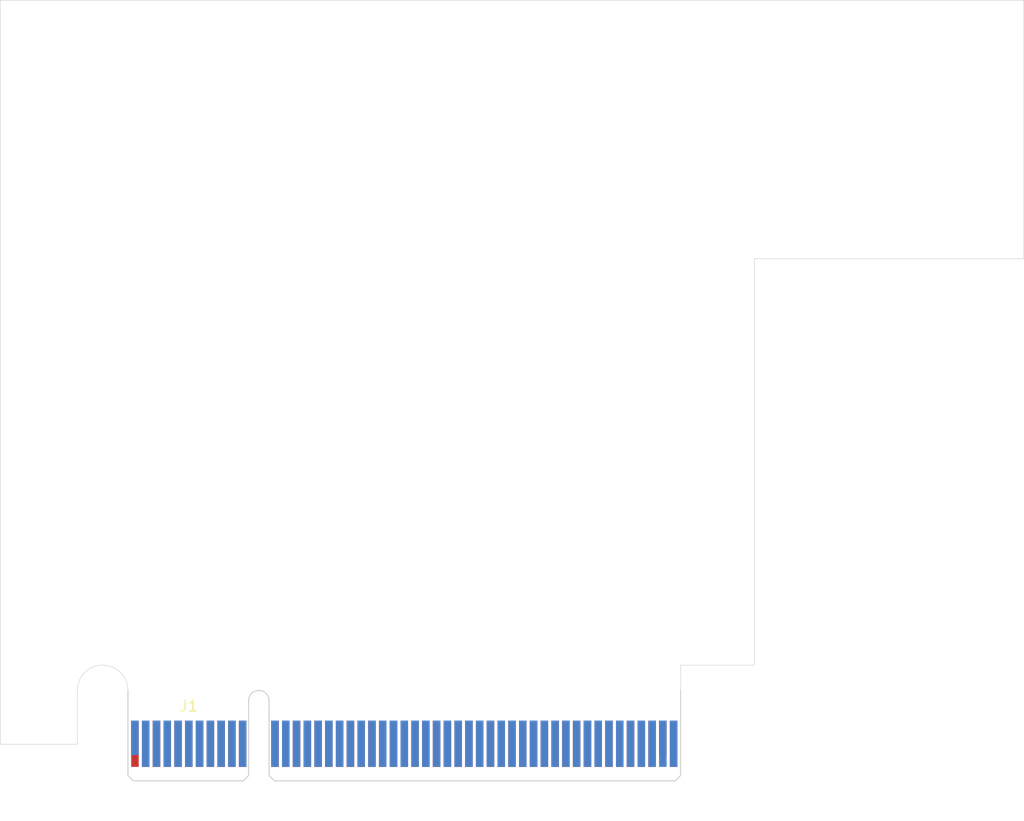
<source format=kicad_pcb>
(kicad_pcb (version 20221018) (generator pcbnew)
  (layers (0 "F.Cu" signal) (31 "B.Cu" signal) (34 "B.Paste" user) (35 "F.Paste" user) (36 "B.SilkS" user "B.Silkscreen") (37 "F.SilkS" user "F.Silkscreen") (38 "B.Mask" user) (39 "F.Mask" user) (44 "Edge.Cuts" user))
  (net 0 "")
  (net 1 "Net-(J1-GND-PadB1)")
  (footprint "goldmansachs:official_mechatronics_card" (layer "F.Cu") (at 108.8 114.35)
    (fp_text reference "J1" (at 8 -10.45) (layer "F.SilkS"))
    (fp_text value "Clean_Card_v1")
    (fp_line (start -9.5 -76) (end 85.5 -76) (stroke (width 0.05)) (layer "Edge.Cuts"))
    (fp_line (start -9.5 -6.9) (end -9.5 -76) (stroke (width 0.05)) (layer "Edge.Cuts"))
    (fp_line (start -8.45 -6.9) (end -9.5 -6.9) (stroke (width 0.05)) (layer "Edge.Cuts"))
    (fp_line (start -2.35 -11.9) (end -2.35 -6.9) (stroke (width 0.05)) (layer "Edge.Cuts"))
    (fp_line (start -2.35 -6.9) (end -9.5 -6.9) (stroke (width 0.05)) (layer "Edge.Cuts"))
    (fp_line (start -2.35 -6.9) (end -8.45 -6.9) (stroke (width 0.05)) (layer "Edge.Cuts"))
    (fp_line (start 2.35 -11.9) (end 2.35 -4) (stroke (width 0.1)) (layer "Edge.Cuts"))
    (fp_line (start 2.35 -4) (end 2.85 -3.5) (stroke (width 0.1)) (layer "Edge.Cuts"))
    (fp_line (start 2.85 -3.5) (end 13.05 -3.5) (stroke (width 0.1)) (layer "Edge.Cuts"))
    (fp_line (start 13.55 -10.95) (end 13.55 -4) (stroke (width 0.1)) (layer "Edge.Cuts"))
    (fp_line (start 13.55 -4) (end 13.05 -3.5) (stroke (width 0.1)) (layer "Edge.Cuts"))
    (fp_line (start 15.45 -10.95) (end 15.45 -4) (stroke (width 0.1)) (layer "Edge.Cuts"))
    (fp_line (start 15.45 -4) (end 15.95 -3.5) (stroke (width 0.1)) (layer "Edge.Cuts"))
    (fp_line (start 15.95 -3.5) (end 53.15 -3.5) (stroke (width 0.1)) (layer "Edge.Cuts"))
    (fp_line (start 53.65 -14.25) (end 60.5 -14.25) (stroke (width 0.05)) (layer "Edge.Cuts"))
    (fp_line (start 53.65 -11.9) (end 53.65 -14.25) (stroke (width 0.05)) (layer "Edge.Cuts"))
    (fp_line (start 53.65 -11.9) (end 53.65 -4) (stroke (width 0.1)) (layer "Edge.Cuts"))
    (fp_line (start 53.65 -4) (end 53.15 -3.5) (stroke (width 0.1)) (layer "Edge.Cuts"))
    (fp_line (start 60.5 -52) (end 60.5 -14.25) (stroke (width 0.05)) (layer "Edge.Cuts"))
    (fp_line (start 61.5 -52) (end 60.5 -52) (stroke (width 0.05)) (layer "Edge.Cuts"))
    (fp_line (start 85.5 -76) (end 85.5 -52) (stroke (width 0.05)) (layer "Edge.Cuts"))
    (fp_line (start 85.5 -52) (end 61.5 -52) (stroke (width 0.05)) (layer "Edge.Cuts"))
    (fp_arc (start -2.35 -11.9) (mid 0 -14.25) (end 2.35 -11.9) (stroke (width 0.05)) (layer "Edge.Cuts"))
    (fp_arc (start 13.55 -10.95) (mid 14.5 -11.9) (end 15.45 -10.95) (stroke (width 0.1)) (layer "Edge.Cuts"))
    (pad "B1" connect rect (at 3 -7.5) (size 0.7 3.2) (layers "B.Cu" "B.Mask") (net 1 "Net-(J1-GND-PadB1)"))
    (pad "B1" connect rect (at 3 -6.95) (size 0.7 4.3) (layers "F.Cu" "F.Mask") (net 1 "Net-(J1-GND-PadB1)"))
    (pad "B2" connect rect (at 4 -6.95) (size 0.7 4.3) (layers "F.Cu" "F.Mask"))
    (pad "B2" connect rect (at 4 -6.95) (size 0.7 4.3) (layers "B.Cu" "B.Mask"))
    (pad "B3" connect rect (at 5 -6.95) (size 0.7 4.3) (layers "F.Cu" "F.Mask"))
    (pad "B3" connect rect (at 5 -6.95) (size 0.7 4.3) (layers "B.Cu" "B.Mask"))
    (pad "B4" connect rect (at 6 -6.95) (size 0.7 4.3) (layers "F.Cu" "F.Mask"))
    (pad "B4" connect rect (at 6 -6.95) (size 0.7 4.3) (layers "B.Cu" "B.Mask"))
    (pad "B5" connect rect (at 7 -6.95) (size 0.7 4.3) (layers "F.Cu" "F.Mask"))
    (pad "B5" connect rect (at 7 -6.95) (size 0.7 4.3) (layers "B.Cu" "B.Mask"))
    (pad "B6" connect rect (at 8 -6.95) (size 0.7 4.3) (layers "F.Cu" "F.Mask") (net 1 "Net-(J1-GND-PadB1)"))
    (pad "B6" connect rect (at 8 -6.95) (size 0.7 4.3) (layers "B.Cu" "B.Mask") (net 1 "Net-(J1-GND-PadB1)"))
    (pad "B7" connect rect (at 9 -6.95) (size 0.7 4.3) (layers "F.Cu" "F.Mask") (net 1 "Net-(J1-GND-PadB1)"))
    (pad "B7" connect rect (at 9 -6.95) (size 0.7 4.3) (layers "B.Cu" "B.Mask") (net 1 "Net-(J1-GND-PadB1)"))
    (pad "B8" connect rect (at 10 -6.95) (size 0.7 4.3) (layers "F.Cu" "F.Mask"))
    (pad "B8" connect rect (at 10 -6.95) (size 0.7 4.3) (layers "B.Cu" "B.Mask"))
    (pad "B9" connect rect (at 11 -6.95) (size 0.7 4.3) (layers "F.Cu" "F.Mask"))
    (pad "B9" connect rect (at 11 -6.95) (size 0.7 4.3) (layers "B.Cu" "B.Mask"))
    (pad "B10" connect rect (at 12 -6.95) (size 0.7 4.3) (layers "F.Cu" "F.Mask") (net 1 "Net-(J1-GND-PadB1)"))
    (pad "B10" connect rect (at 12 -6.95) (size 0.7 4.3) (layers "B.Cu" "B.Mask") (net 1 "Net-(J1-GND-PadB1)"))
    (pad "B11" connect rect (at 13 -6.95) (size 0.7 4.3) (layers "F.Cu" "F.Mask") (net 1 "Net-(J1-GND-PadB1)"))
    (pad "B11" connect rect (at 13 -6.95) (size 0.7 4.3) (layers "B.Cu" "B.Mask") (net 1 "Net-(J1-GND-PadB1)"))
    (pad "B12" connect rect (at 16 -6.95) (size 0.7 4.3) (layers "F.Cu" "F.Mask"))
    (pad "B12" connect rect (at 16 -6.95) (size 0.7 4.3) (layers "B.Cu" "B.Mask"))
    (pad "B13" connect rect (at 17 -6.95) (size 0.7 4.3) (layers "F.Cu" "F.Mask"))
    (pad "B13" connect rect (at 17 -6.95) (size 0.7 4.3) (layers "B.Cu" "B.Mask"))
    (pad "B14" connect rect (at 18 -6.95) (size 0.7 4.3) (layers "F.Cu" "F.Mask") (net 1 "Net-(J1-GND-PadB1)"))
    (pad "B14" connect rect (at 18 -6.95) (size 0.7 4.3) (layers "B.Cu" "B.Mask") (net 1 "Net-(J1-GND-PadB1)"))
    (pad "B15" connect rect (at 19 -6.95) (size 0.7 4.3) (layers "F.Cu" "F.Mask") (net 1 "Net-(J1-GND-PadB1)"))
    (pad "B15" connect rect (at 19 -6.95) (size 0.7 4.3) (layers "B.Cu" "B.Mask") (net 1 "Net-(J1-GND-PadB1)"))
    (pad "B16" connect rect (at 20 -6.95) (size 0.7 4.3) (layers "F.Cu" "F.Mask"))
    (pad "B16" connect rect (at 20 -6.95) (size 0.7 4.3) (layers "B.Cu" "B.Mask"))
    (pad "B17" connect rect (at 21 -6.95) (size 0.7 4.3) (layers "F.Cu" "F.Mask"))
    (pad "B17" connect rect (at 21 -6.95) (size 0.7 4.3) (layers "B.Cu" "B.Mask"))
    (pad "B18" connect rect (at 22 -6.95) (size 0.7 4.3) (layers "F.Cu" "F.Mask"))
    (pad "B18" connect rect (at 22 -6.95) (size 0.7 4.3) (layers "B.Cu" "B.Mask"))
    (pad "B19" connect rect (at 23 -6.95) (size 0.7 4.3) (layers "F.Cu" "F.Mask"))
    (pad "B19" connect rect (at 23 -6.95) (size 0.7 4.3) (layers "B.Cu" "B.Mask"))
    (pad "B20" connect rect (at 24 -6.95) (size 0.7 4.3) (layers "F.Cu" "F.Mask") (net 1 "Net-(J1-GND-PadB1)"))
    (pad "B20" connect rect (at 24 -6.95) (size 0.7 4.3) (layers "B.Cu" "B.Mask") (net 1 "Net-(J1-GND-PadB1)"))
    (pad "B21" connect rect (at 25 -6.95) (size 0.7 4.3) (layers "F.Cu" "F.Mask") (net 1 "Net-(J1-GND-PadB1)"))
    (pad "B21" connect rect (at 25 -6.95) (size 0.7 4.3) (layers "B.Cu" "B.Mask") (net 1 "Net-(J1-GND-PadB1)"))
    (pad "B22" connect rect (at 26 -6.95) (size 0.7 4.3) (layers "F.Cu" "F.Mask"))
    (pad "B22" connect rect (at 26 -6.95) (size 0.7 4.3) (layers "B.Cu" "B.Mask"))
    (pad "B23" connect rect (at 27 -6.95) (size 0.7 4.3) (layers "F.Cu" "F.Mask"))
    (pad "B23" connect rect (at 27 -6.95) (size 0.7 4.3) (layers "B.Cu" "B.Mask"))
    (pad "B24" connect rect (at 28 -6.95) (size 0.7 4.3) (layers "F.Cu" "F.Mask"))
    (pad "B24" connect rect (at 28 -6.95) (size 0.7 4.3) (layers "B.Cu" "B.Mask"))
    (pad "B25" connect rect (at 29 -6.95) (size 0.7 4.3) (layers "F.Cu" "F.Mask"))
    (pad "B25" connect rect (at 29 -6.95) (size 0.7 4.3) (layers "B.Cu" "B.Mask"))
    (pad "B26" connect rect (at 30 -6.95) (size 0.7 4.3) (layers "F.Cu" "F.Mask"))
    (pad "B26" connect rect (at 30 -6.95) (size 0.7 4.3) (layers "B.Cu" "B.Mask"))
    (pad "B27" connect rect (at 31 -6.95) (size 0.7 4.3) (layers "F.Cu" "F.Mask"))
    (pad "B27" connect rect (at 31 -6.95) (size 0.7 4.3) (layers "B.Cu" "B.Mask"))
    (pad "B28" connect rect (at 32 -6.95) (size 0.7 4.3) (layers "F.Cu" "F.Mask"))
    (pad "B28" connect rect (at 32 -6.95) (size 0.7 4.3) (layers "B.Cu" "B.Mask"))
    (pad "B29" connect rect (at 33 -6.95) (size 0.7 4.3) (layers "F.Cu" "F.Mask"))
    (pad "B29" connect rect (at 33 -6.95) (size 0.7 4.3) (layers "B.Cu" "B.Mask"))
    (pad "B30" connect rect (at 34 -6.95) (size 0.7 4.3) (layers "F.Cu" "F.Mask"))
    (pad "B30" connect rect (at 34 -6.95) (size 0.7 4.3) (layers "B.Cu" "B.Mask"))
    (pad "B31" connect rect (at 35 -6.95) (size 0.7 4.3) (layers "F.Cu" "F.Mask"))
    (pad "B31" connect rect (at 35 -6.95) (size 0.7 4.3) (layers "B.Cu" "B.Mask"))
    (pad "B32" connect rect (at 36 -6.95) (size 0.7 4.3) (layers "F.Cu" "F.Mask"))
    (pad "B32" connect rect (at 36 -6.95) (size 0.7 4.3) (layers "B.Cu" "B.Mask"))
    (pad "B33" connect rect (at 37 -6.95) (size 0.7 4.3) (layers "F.Cu" "F.Mask"))
    (pad "B33" connect rect (at 37 -6.95) (size 0.7 4.3) (layers "B.Cu" "B.Mask"))
    (pad "B34" connect rect (at 38 -6.95) (size 0.7 4.3) (layers "F.Cu" "F.Mask") (net 1 "Net-(J1-GND-PadB1)"))
    (pad "B34" connect rect (at 38 -6.95) (size 0.7 4.3) (layers "B.Cu" "B.Mask") (net 1 "Net-(J1-GND-PadB1)"))
    (pad "B35" connect rect (at 39 -6.95) (size 0.7 4.3) (layers "F.Cu" "F.Mask") (net 1 "Net-(J1-GND-PadB1)"))
    (pad "B35" connect rect (at 39 -6.95) (size 0.7 4.3) (layers "B.Cu" "B.Mask") (net 1 "Net-(J1-GND-PadB1)"))
    (pad "B36" connect rect (at 40 -6.95) (size 0.7 4.3) (layers "F.Cu" "F.Mask"))
    (pad "B36" connect rect (at 40 -6.95) (size 0.7 4.3) (layers "B.Cu" "B.Mask"))
    (pad "B37" connect rect (at 41 -6.95) (size 0.7 4.3) (layers "F.Cu" "F.Mask"))
    (pad "B37" connect rect (at 41 -6.95) (size 0.7 4.3) (layers "B.Cu" "B.Mask"))
    (pad "B38" connect rect (at 42 -6.95) (size 0.7 4.3) (layers "F.Cu" "F.Mask") (net 1 "Net-(J1-GND-PadB1)"))
    (pad "B38" connect rect (at 42 -6.95) (size 0.7 4.3) (layers "B.Cu" "B.Mask") (net 1 "Net-(J1-GND-PadB1)"))
    (pad "B39" connect rect (at 43 -6.95) (size 0.7 4.3) (layers "F.Cu" "F.Mask") (net 1 "Net-(J1-GND-PadB1)"))
    (pad "B39" connect rect (at 43 -6.95) (size 0.7 4.3) (layers "B.Cu" "B.Mask") (net 1 "Net-(J1-GND-PadB1)"))
    (pad "B40" connect rect (at 44 -6.95) (size 0.7 4.3) (layers "F.Cu" "F.Mask"))
    (pad "B40" connect rect (at 44 -6.95) (size 0.7 4.3) (layers "B.Cu" "B.Mask"))
    (pad "B41" connect rect (at 45 -6.95) (size 0.7 4.3) (layers "F.Cu" "F.Mask"))
    (pad "B41" connect rect (at 45 -6.95) (size 0.7 4.3) (layers "B.Cu" "B.Mask"))
    (pad "B42" connect rect (at 46 -6.95) (size 0.7 4.3) (layers "F.Cu" "F.Mask"))
    (pad "B42" connect rect (at 46 -6.95) (size 0.7 4.3) (layers "B.Cu" "B.Mask"))
    (pad "B43" connect rect (at 47 -6.95) (size 0.7 4.3) (layers "F.Cu" "F.Mask"))
    (pad "B43" connect rect (at 47 -6.95) (size 0.7 4.3) (layers "B.Cu" "B.Mask"))
    (pad "B44" connect rect (at 48 -6.95) (size 0.7 4.3) (layers "F.Cu" "F.Mask") (net 1 "Net-(J1-GND-PadB1)"))
    (pad "B44" connect rect (at 48 -6.95) (size 0.7 4.3) (layers "B.Cu" "B.Mask") (net 1 "Net-(J1-GND-PadB1)"))
    (pad "B45" connect rect (at 49 -6.95) (size 0.7 4.3) (layers "F.Cu" "F.Mask"))
    (pad "B45" connect rect (at 49 -6.95) (size 0.7 4.3) (layers "B.Cu" "B.Mask"))
    (pad "B46" connect rect (at 50 -6.95) (size 0.7 4.3) (layers "F.Cu" "F.Mask"))
    (pad "B46" connect rect (at 50 -6.95) (size 0.7 4.3) (layers "B.Cu" "B.Mask"))
    (pad "B47" connect rect (at 51 -6.95) (size 0.7 4.3) (layers "F.Cu" "F.Mask"))
    (pad "B47" connect rect (at 51 -6.95) (size 0.7 4.3) (layers "B.Cu" "B.Mask"))
    (pad "B48" connect rect (at 52 -7.5) (size 0.7 3.2) (layers "F.Cu" "F.Mask"))
    (pad "B48" connect rect (at 52 -6.95) (size 0.7 4.3) (layers "B.Cu" "B.Mask"))
    (pad "B49" connect rect (at 53 -6.95) (size 0.7 4.3) (layers "F.Cu" "F.Mask") (net 1 "Net-(J1-GND-PadB1)"))
    (pad "B49" connect rect (at 53 -6.95) (size 0.7 4.3) (layers "B.Cu" "B.Mask") (net 1 "Net-(J1-GND-PadB1)"))
  )
)
</source>
